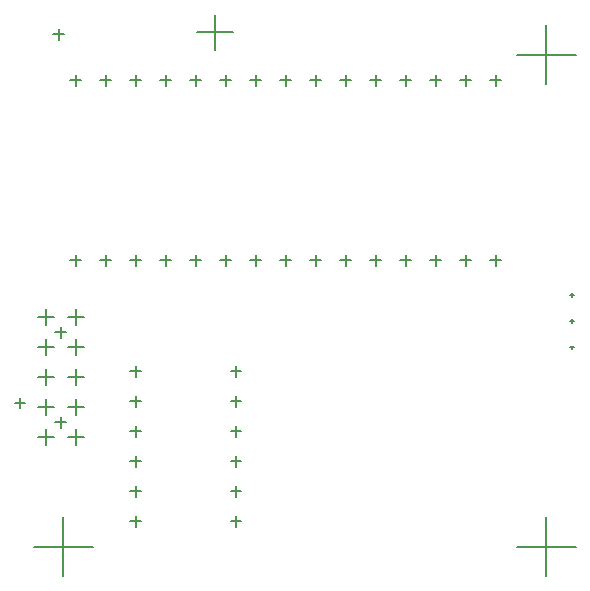
<source format=gbr>
%TF.GenerationSoftware,Altium Limited,Altium Designer,20.2.5 (213)*%
G04 Layer_Color=128*
%FSLAX25Y25*%
%MOIN*%
%TF.SameCoordinates,03ADE540-DEBB-48E1-BD2F-024036EB756D*%
%TF.FilePolarity,Positive*%
%TF.FileFunction,Drillmap*%
%TF.Part,Single*%
G01*
G75*
%TA.AperFunction,NonConductor*%
%ADD41C,0.00500*%
D41*
X23728Y113500D02*
X27272D01*
X25500Y111728D02*
Y115272D01*
X33728Y113500D02*
X37272D01*
X35500Y111728D02*
Y115272D01*
X43728Y113500D02*
X47272D01*
X45500Y111728D02*
Y115272D01*
X53728Y113500D02*
X57272D01*
X55500Y111728D02*
Y115272D01*
X63728Y113500D02*
X67272D01*
X65500Y111728D02*
Y115272D01*
X73728Y113500D02*
X77272D01*
X75500Y111728D02*
Y115272D01*
X83728Y113500D02*
X87272D01*
X85500Y111728D02*
Y115272D01*
X93728Y113500D02*
X97272D01*
X95500Y111728D02*
Y115272D01*
X103728Y113500D02*
X107272D01*
X105500Y111728D02*
Y115272D01*
X113728Y113500D02*
X117272D01*
X115500Y111728D02*
Y115272D01*
X123728Y113500D02*
X127272D01*
X125500Y111728D02*
Y115272D01*
X133728Y113500D02*
X137272D01*
X135500Y111728D02*
Y115272D01*
X143728Y113500D02*
X147272D01*
X145500Y111728D02*
Y115272D01*
X153728Y113500D02*
X157272D01*
X155500Y111728D02*
Y115272D01*
X163728Y113500D02*
X167272D01*
X165500Y111728D02*
Y115272D01*
X163728Y173500D02*
X167272D01*
X165500Y171728D02*
Y175272D01*
X153728Y173500D02*
X157272D01*
X155500Y171728D02*
Y175272D01*
X143728Y173500D02*
X147272D01*
X145500Y171728D02*
Y175272D01*
X133728Y173500D02*
X137272D01*
X135500Y171728D02*
Y175272D01*
X123728Y173500D02*
X127272D01*
X125500Y171728D02*
Y175272D01*
X113728Y173500D02*
X117272D01*
X115500Y171728D02*
Y175272D01*
X103728Y173500D02*
X107272D01*
X105500Y171728D02*
Y175272D01*
X93728Y173500D02*
X97272D01*
X95500Y171728D02*
Y175272D01*
X83728Y173500D02*
X87272D01*
X85500Y171728D02*
Y175272D01*
X73728Y173500D02*
X77272D01*
X75500Y171728D02*
Y175272D01*
X63728Y173500D02*
X67272D01*
X65500Y171728D02*
Y175272D01*
X53728Y173500D02*
X57272D01*
X55500Y171728D02*
Y175272D01*
X43728Y173500D02*
X47272D01*
X45500Y171728D02*
Y175272D01*
X33728Y173500D02*
X37272D01*
X35500Y171728D02*
Y175272D01*
X23728Y173500D02*
X27272D01*
X25500Y171728D02*
Y175272D01*
X43728Y76500D02*
X47272D01*
X45500Y74728D02*
Y78272D01*
X43728Y66500D02*
X47272D01*
X45500Y64728D02*
Y68272D01*
X43728Y56500D02*
X47272D01*
X45500Y54728D02*
Y58272D01*
X43728Y46500D02*
X47272D01*
X45500Y44728D02*
Y48272D01*
X43728Y36500D02*
X47272D01*
X45500Y34728D02*
Y38272D01*
X43728Y26500D02*
X47272D01*
X45500Y24728D02*
Y28272D01*
X77228Y76500D02*
X80772D01*
X79000Y74728D02*
Y78272D01*
X77228Y66500D02*
X80772D01*
X79000Y64728D02*
Y68272D01*
X77228Y56500D02*
X80772D01*
X79000Y54728D02*
Y58272D01*
X77228Y46500D02*
X80772D01*
X79000Y44728D02*
Y48272D01*
X77228Y36500D02*
X80772D01*
X79000Y34728D02*
Y38272D01*
X77228Y26500D02*
X80772D01*
X79000Y24728D02*
Y28272D01*
X22842Y54500D02*
X28157D01*
X25500Y51842D02*
Y57157D01*
X12843Y54500D02*
X18158D01*
X15500Y51842D02*
Y57157D01*
X12843Y64500D02*
X18158D01*
X15500Y61843D02*
Y67158D01*
X22842Y64500D02*
X28157D01*
X25500Y61843D02*
Y67158D01*
X22842Y74500D02*
X28157D01*
X25500Y71842D02*
Y77157D01*
X12843Y74500D02*
X18158D01*
X15500Y71842D02*
Y77157D01*
X12843Y84500D02*
X18158D01*
X15500Y81842D02*
Y87157D01*
X22842Y84500D02*
X28157D01*
X25500Y81842D02*
Y87157D01*
X22842Y94500D02*
X28157D01*
X25500Y91843D02*
Y97158D01*
X12843Y94500D02*
X18158D01*
X15500Y91843D02*
Y97158D01*
X190409Y102000D02*
X191591D01*
X191000Y101409D02*
Y102591D01*
X190409Y84500D02*
X191591D01*
X191000Y83909D02*
Y85091D01*
X190409Y93250D02*
X191591D01*
X191000Y92659D02*
Y93840D01*
X5228Y66000D02*
X8772D01*
X7000Y64228D02*
Y67772D01*
X18728Y59500D02*
X22272D01*
X20500Y57728D02*
Y61272D01*
X18105Y188898D02*
X21648D01*
X19876Y187127D02*
Y190670D01*
X11547Y18098D02*
X31232D01*
X21390Y8256D02*
Y27941D01*
X18728Y89500D02*
X22272D01*
X20500Y87728D02*
Y91272D01*
X172547Y18098D02*
X192232D01*
X182390Y8256D02*
Y27941D01*
X172547Y182098D02*
X192232D01*
X182390Y172256D02*
Y191941D01*
X66094Y189500D02*
X77905D01*
X72000Y183595D02*
Y195405D01*
%TF.MD5,353e9c2f0c9f3d3cffd7e7cbf330642f*%
M02*

</source>
